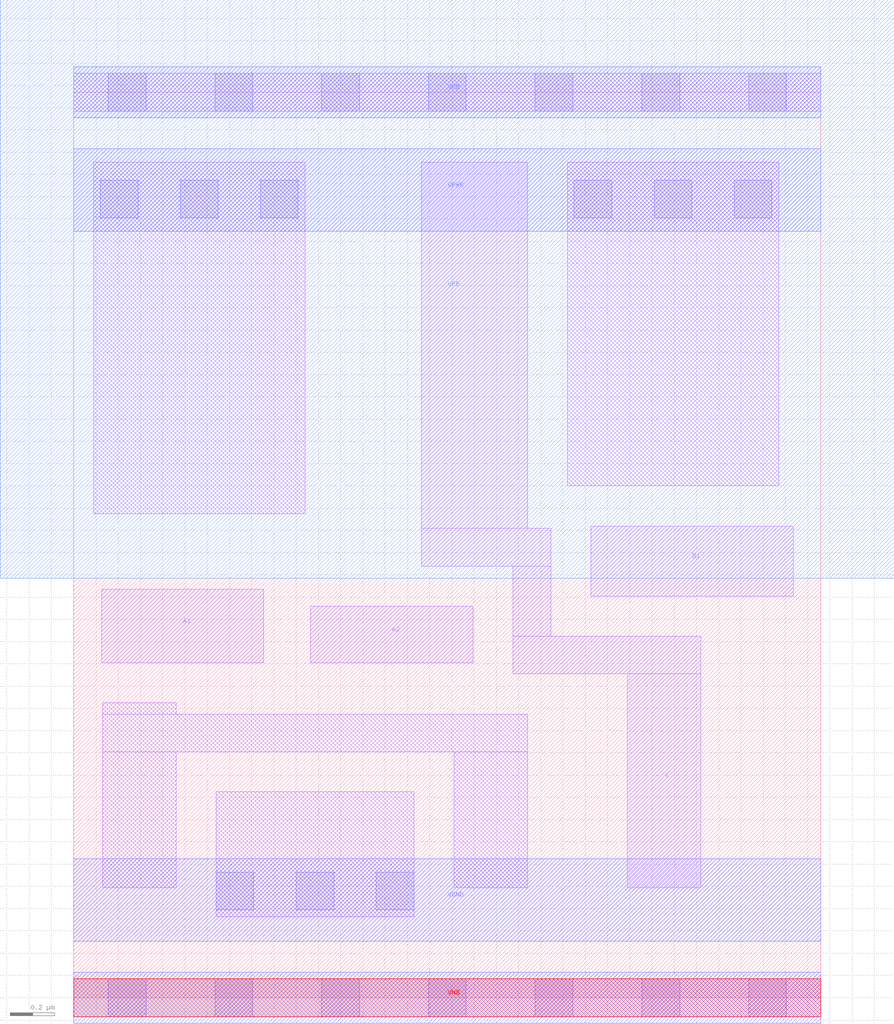
<source format=lef>
# Copyright 2020 The SkyWater PDK Authors
#
# Licensed under the Apache License, Version 2.0 (the "License");
# you may not use this file except in compliance with the License.
# You may obtain a copy of the License at
#
#     https://www.apache.org/licenses/LICENSE-2.0
#
# Unless required by applicable law or agreed to in writing, software
# distributed under the License is distributed on an "AS IS" BASIS,
# WITHOUT WARRANTIES OR CONDITIONS OF ANY KIND, either express or implied.
# See the License for the specific language governing permissions and
# limitations under the License.
#
# SPDX-License-Identifier: Apache-2.0

VERSION 5.7 ;
  NOWIREEXTENSIONATPIN ON ;
  DIVIDERCHAR "/" ;
  BUSBITCHARS "[]" ;
MACRO sky130_fd_sc_hvl__o21ai_1
  CLASS CORE ;
  FOREIGN sky130_fd_sc_hvl__o21ai_1 ;
  ORIGIN  0.000000  0.000000 ;
  SIZE  3.360000 BY  4.070000 ;
  SYMMETRY X Y ;
  SITE unithv ;
  PIN A1
    ANTENNAGATEAREA  1.125000 ;
    DIRECTION INPUT ;
    USE SIGNAL ;
    PORT
      LAYER li1 ;
        RECT 0.125000 1.505000 0.855000 1.835000 ;
    END
  END A1
  PIN A2
    ANTENNAGATEAREA  1.125000 ;
    DIRECTION INPUT ;
    USE SIGNAL ;
    PORT
      LAYER li1 ;
        RECT 1.065000 1.505000 1.795000 1.760000 ;
    END
  END A2
  PIN B1
    ANTENNAGATEAREA  1.125000 ;
    DIRECTION INPUT ;
    USE SIGNAL ;
    PORT
      LAYER li1 ;
        RECT 2.325000 1.805000 3.235000 2.120000 ;
    END
  END B1
  PIN Y
    ANTENNADIFFAREA  0.633750 ;
    DIRECTION OUTPUT ;
    USE SIGNAL ;
    PORT
      LAYER li1 ;
        RECT 1.565000 1.940000 2.145000 2.110000 ;
        RECT 1.565000 2.110000 2.040000 3.755000 ;
        RECT 1.975000 1.455000 2.820000 1.625000 ;
        RECT 1.975000 1.625000 2.145000 1.940000 ;
        RECT 2.490000 0.495000 2.820000 1.455000 ;
    END
  END Y
  PIN VGND
    DIRECTION INOUT ;
    USE GROUND ;
    PORT
      LAYER met1 ;
        RECT 0.000000 0.255000 3.360000 0.625000 ;
    END
  END VGND
  PIN VNB
    DIRECTION INOUT ;
    USE GROUND ;
    PORT
      LAYER met1 ;
        RECT 0.000000 -0.115000 3.360000 0.115000 ;
      LAYER pwell ;
        RECT 0.000000 -0.085000 3.360000 0.085000 ;
    END
  END VNB
  PIN VPB
    DIRECTION INOUT ;
    USE POWER ;
    PORT
      LAYER met1 ;
        RECT 0.000000 3.955000 3.360000 4.185000 ;
      LAYER nwell ;
        RECT -0.330000 1.885000 3.690000 4.485000 ;
    END
  END VPB
  PIN VPWR
    DIRECTION INOUT ;
    USE POWER ;
    PORT
      LAYER met1 ;
        RECT 0.000000 3.445000 3.360000 3.815000 ;
    END
  END VPWR
  OBS
    LAYER li1 ;
      RECT 0.000000 -0.085000 3.360000 0.085000 ;
      RECT 0.000000  3.985000 3.360000 4.155000 ;
      RECT 0.090000  2.175000 1.040000 3.755000 ;
      RECT 0.130000  0.495000 0.460000 1.105000 ;
      RECT 0.130000  1.105000 2.040000 1.275000 ;
      RECT 0.130000  1.275000 0.460000 1.325000 ;
      RECT 0.640000  0.365000 1.530000 0.925000 ;
      RECT 1.710000  0.495000 2.040000 1.105000 ;
      RECT 2.220000  2.300000 3.170000 3.755000 ;
    LAYER mcon ;
      RECT 0.120000  3.505000 0.290000 3.675000 ;
      RECT 0.155000 -0.085000 0.325000 0.085000 ;
      RECT 0.155000  3.985000 0.325000 4.155000 ;
      RECT 0.480000  3.505000 0.650000 3.675000 ;
      RECT 0.635000 -0.085000 0.805000 0.085000 ;
      RECT 0.635000  3.985000 0.805000 4.155000 ;
      RECT 0.640000  0.395000 0.810000 0.565000 ;
      RECT 0.840000  3.505000 1.010000 3.675000 ;
      RECT 1.000000  0.395000 1.170000 0.565000 ;
      RECT 1.115000 -0.085000 1.285000 0.085000 ;
      RECT 1.115000  3.985000 1.285000 4.155000 ;
      RECT 1.360000  0.395000 1.530000 0.565000 ;
      RECT 1.595000 -0.085000 1.765000 0.085000 ;
      RECT 1.595000  3.985000 1.765000 4.155000 ;
      RECT 2.075000 -0.085000 2.245000 0.085000 ;
      RECT 2.075000  3.985000 2.245000 4.155000 ;
      RECT 2.250000  3.505000 2.420000 3.675000 ;
      RECT 2.555000 -0.085000 2.725000 0.085000 ;
      RECT 2.555000  3.985000 2.725000 4.155000 ;
      RECT 2.610000  3.505000 2.780000 3.675000 ;
      RECT 2.970000  3.505000 3.140000 3.675000 ;
      RECT 3.035000 -0.085000 3.205000 0.085000 ;
      RECT 3.035000  3.985000 3.205000 4.155000 ;
  END
END sky130_fd_sc_hvl__o21ai_1
END LIBRARY

</source>
